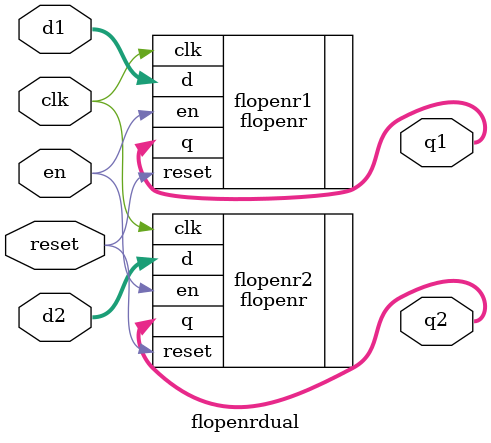
<source format=sv>
`timescale 1ns/1ps

module flopenrdual #(parameter WIDTH = 32)
    (
        input   logic                    clk,
        input   logic                    reset,
        input   logic                    en,
        input   logic   [WIDTH-1:0]     d1,
        input   logic   [WIDTH-1:0]     d2,
        output  logic   [WIDTH-1 :0]    q1,
        output  logic   [WIDTH-1 :0]    q2
    );

    flopenr  #(WIDTH) flopenr1 (
                 .clk(clk),
                 .reset(reset),
                 .en(en),
                 .d(d1),
                 .q(q1)
             );


    flopenr  #(WIDTH) flopenr2 (
                 .clk(clk),
                 .reset(reset),
                 .en(en),
                 .d(d2),
                 .q(q2)
             );


endmodule

</source>
